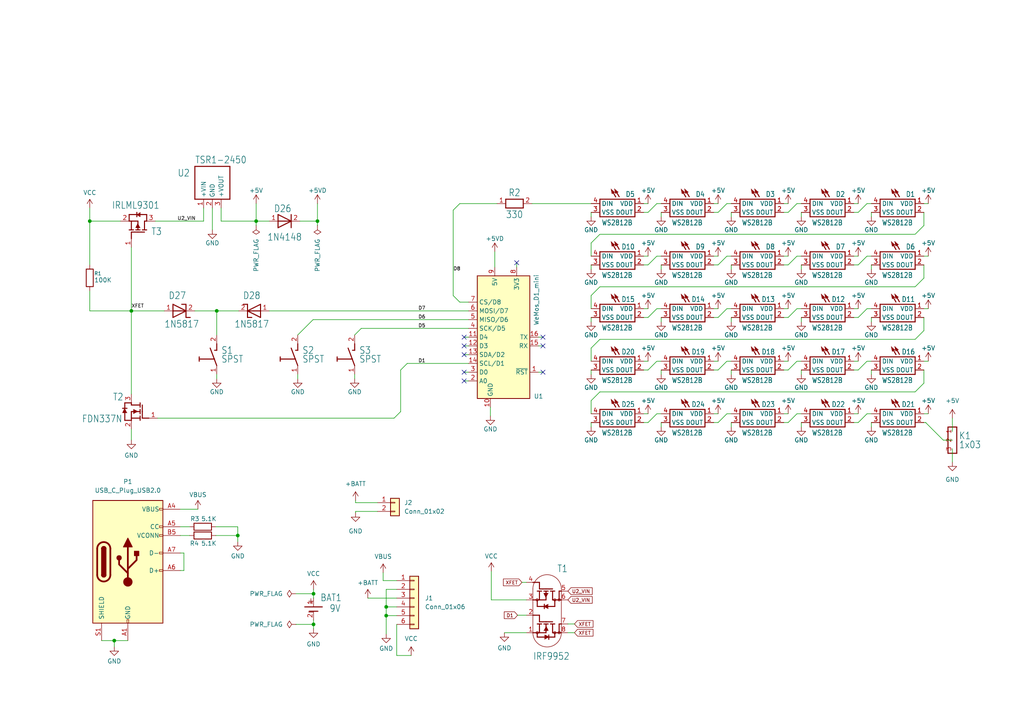
<source format=kicad_sch>
(kicad_sch (version 20230121) (generator eeschema)
  (paper "A4")
  (title_block (title "D1 Web-Würfel") (company "B.Braun Melsungen"))
  (lib_symbols
    (symbol "Connector:USB_C_Plug_USB2.0" (pin_names (offset 1.016))
      (property "Reference" "P" (at -10.16 19.05 0))
      (property "Value" "USB_C_Plug_USB2.0" (at 12.7 19.05 0))
      (symbol "USB_C_Plug_USB2.0_1_1"
        (pin passive line (at 0 -22.86 90) (length 5.08) (name "GND") (number "A1"))
        (pin passive line (at 0 -22.86 90) (length 5.08) hide (name "GND") (number "A12"))
        (pin passive line (at 15.24 15.24 180) (length 5.08) (name "VBUS") (number "A4"))
        (pin bidirectional line (at 15.24 10.16 180) (length 5.08) (name "CC") (number "A5"))
        (pin bidirectional line (at 15.24 -2.54 180) (length 5.08) (name "D+") (number "A6"))
        (pin bidirectional line (at 15.24 2.54 180) (length 5.08) (name "D-") (number "A7"))
        (pin passive line (at 15.24 15.24 180) (length 5.08) hide (name "VBUS") (number "A9"))
        (pin passive line (at 0 -22.86 90) (length 5.08) hide (name "GND") (number "B1"))
        (pin passive line (at 0 -22.86 90) (length 5.08) hide (name "GND") (number "B12"))
        (pin passive line (at 15.24 15.24 180) (length 5.08) hide (name "VBUS") (number "B4"))
        (pin bidirectional line (at 15.24 7.62 180) (length 5.08) (name "VCONN") (number "B5"))
        (pin passive line (at 15.24 15.24 180) (length 5.08) hide (name "VBUS") (number "B9"))
        (pin passive line (at -7.62 -22.86 90) (length 5.08) (name "SHIELD") (number "S1"))
      )
    )
    (symbol "Connector_Generic:Conn_01x02" (pin_names (offset 1.016) hide)
      (property "Reference" "J" (at 0 2.54 0))
      (property "Value" "Conn_01x02" (at 0 -5.08 0))
      (symbol "Conn_01x02_1_1"
        (pin passive line (at -5.08 0 0) (length 3.81) (name "Pin_1") (number "1"))
        (pin passive line (at -5.08 -2.54 0) (length 3.81) (name "Pin_2") (number "2"))
      )
    )
    (symbol "Connector_Generic:Conn_01x06" (pin_names (offset 1.016) hide)
      (property "Reference" "J1" (at 3.0988 0 0))
      (property "Value" "Conn_01x06" (at 3.0988 -2.54 0))
      (symbol "Conn_01x06_1_1"
        (pin passive line (at -5.08 5.08 0) (length 3.81) (name "VIN") (number "1"))
        (pin passive line (at -5.08 2.54 0) (length 3.81) (name "GND") (number "2"))
        (pin passive line (at -5.08 0 0) (length 3.81) (name "BAT") (number "3"))
        (pin passive line (at -5.08 -2.54 0) (length 3.81) (name "GND") (number "4"))
        (pin passive line (at -5.08 -5.08 0) (length 3.81) (name "GND") (number "5"))
        (pin passive line (at -5.08 -7.62 0) (length 3.81) (name "VOUT") (number "6"))
      )
    )
    (symbol "D1Mini_Wuerfel_aktuell-eagle-import:1254.1017_DRUCKTASTER_12X12MM_34"
      (property "Reference" "S" (at -5.08 5.715 0))
      (symbol "1254.1017_DRUCKTASTER_12X12MM_34_1_0"
        (pin passive line (at -5.715 0 0) (length 2.54) (name "1") (number "1"))
        (pin passive line (at 5.715 0 180) (length 2.54) (name "2") (number "2"))
      )
    )
    (symbol "D1Mini_Wuerfel_aktuell-eagle-import:1N4148_1"
      (property "Reference" "D" (at -4.445 3.175 0))
      (symbol "1N4148_1_1_0"
        (pin passive line (at -3.81 0 0) (length 2.54) (name "1") (number "1"))
        (pin passive line (at 5.08 0 180) (length 2.54) (name "2") (number "2"))
      )
    )
    (symbol "D1Mini_Wuerfel_aktuell-eagle-import:1N5817_40"
      (property "Reference" "D" (at -4.445 3.175 0))
      (symbol "1N5817_40_1_0"
        (pin passive line (at -3.81 0 0) (length 2.54) (name "1") (number "1"))
        (pin passive line (at 5.08 0 180) (length 2.54) (name "2") (number "2"))
      )
    )
    (symbol "D1Mini_Wuerfel_aktuell-eagle-import:1N5817_41"
      (property "Reference" "D" (at -4.445 3.175 0))
      (symbol "1N5817_41_1_0"
        (pin passive line (at -3.81 0 0) (length 2.54) (name "1") (number "1"))
        (pin passive line (at 5.08 0 180) (length 2.54) (name "2") (number "2"))
      )
    )
    (symbol "D1Mini_Wuerfel_aktuell-eagle-import:BATTERIE_2"
      (property "Reference" "X" (at 1.905 2.222 0))
      (symbol "BATTERIE_2_1_0"
        (text "+" (at -1.906 1.27 0) (effects (font (size 2 1.7)) (justify left bottom)))
        (text "-" (at -1.905 -1.905 0) (effects (font (size 2 1.7)) (justify left bottom)))
        (pin power_in line (at 0 3.175 270) (length 2.54) (name "1") (number "1"))
        (pin power_in line (at 0 -3.175 90) (length 2.54) (name "2") (number "2"))
      )
    )
    (symbol "D1Mini_Wuerfel_aktuell-eagle-import:FDN337N_42"
      (property "Reference" "T" (at 4.7625 3.175 0))
      (symbol "FDN337N_42_1_0"
        (pin passive line (at -5.08 -1.905 0) (length 2.54) (name "1") (number "1"))
        (pin passive line (at 2.54 -5.08 90) (length 2.54) (name "2") (number "2"))
        (pin passive line (at 2.54 5.08 270) (length 2.54) (name "3") (number "3"))
      )
    )
    (symbol "D1Mini_Wuerfel_aktuell-eagle-import:IRF9952_39"
      (property "Reference" "T" (at 11.324 2.54 0))
      (symbol "IRF9952_39_1_0"
        (pin passive line (at -6.35 -6.35 90) (length 2.54) (name "1") (number "1"))
        (pin passive line (at -1.27 -6.35 90) (length 2.54) (name "2") (number "2"))
        (pin passive line (at 3.175 -6.35 90) (length 2.54) (name "3") (number "3"))
        (pin passive line (at 8.255 -6.35 90) (length 2.54) (name "4") (number "4"))
        (pin passive line (at 5.715 5.715 270) (length 2.54) (name "5") (number "5"))
        (pin passive line (at 3.175 5.715 270) (length 2.54) (name "6") (number "6"))
        (pin passive line (at -3.81 5.715 270) (length 2.54) (name "7") (number "7"))
        (pin passive line (at -6.35 5.715 270) (length 2.54) (name "8") (number "8"))
      )
    )
    (symbol "D1Mini_Wuerfel_aktuell-eagle-import:IRLML9301TRPBF_43"
      (property "Reference" "T" (at 5.08 3.175 0))
      (symbol "IRLML9301TRPBF_43_1_0"
        (pin passive line (at -5.08 -1.905 0) (length 2.54) (name "1") (number "1"))
        (pin passive line (at 2.54 -5.08 90) (length 2.54) (name "2") (number "2"))
        (pin passive line (at 2.54 5.08 270) (length 2.54) (name "3") (number "3"))
      )
    )
    (symbol "D1Mini_Wuerfel_aktuell-eagle-import:K1X03_BUCHSE_8"
      (property "Reference" "K" (at -3.81 1.905 0))
      (symbol "K1X03_BUCHSE_8_1_0"
        (pin passive line (at -2.54 0 0) (length 0) (name "1") (number "1"))
        (pin passive line (at 0 0 0) (length 0) (name "2") (number "2"))
        (pin passive line (at 2.54 0 0) (length 0) (name "3") (number "3"))
      )
    )
    (symbol "D1Mini_Wuerfel_aktuell-eagle-import:R_KOHLE_330-OHM_0207_44"
      (property "Reference" "R" (at -2.54 1.905 0))
      (symbol "R_KOHLE_330-OHM_0207_44_1_0"
        (pin passive line (at -5.08 0 0) (length 2.54) (name "1") (number "1"))
        (pin passive line (at 5.08 0 180) (length 2.54) (name "2") (number "2"))
      )
    )
    (symbol "D1Mini_Wuerfel_aktuell-eagle-import:TSR1-2450_0"
      (property "Reference" "IC" (at 0 10.795 0))
      (symbol "TSR1-2450_0_1_0"
        (pin power_in line (at -2.54 7.62 0) (length 2.54) (name "+VIN") (number "1"))
        (pin power_in line (at -2.54 5.08 0) (length 2.54) (name "GND") (number "2"))
        (pin power_in line (at -2.54 2.54 0) (length 2.54) (name "+VOUT") (number "3"))
      )
    )
    (symbol "D1Mini_Wuerfel_aktuell-eagle-import:WS2812B_9"
      (property "Reference" "D" (at -5.08 3.175 0))
      (symbol "WS2812B_9_1_0"
        (pin passive line (at -7.62 1.27 0) (length 2.54) (name "VDD") (number "1"))
        (pin passive line (at -7.62 -1.27 0) (length 2.54) (name "DOUT") (number "2"))
        (pin passive line (at 7.62 -1.27 180) (length 2.54) (name "VSS") (number "3"))
        (pin passive line (at 7.62 1.27 180) (length 2.54) (name "DIN") (number "4"))
      )
    )
    (symbol "Device:R" (pin_numbers hide) (pin_names (offset 0))
      (property "Reference" "R" (at 2.032 0 90))
      (property "Value" "R" (at 0 0 90))
      (symbol "R_1_1"
        (pin passive line (at 0 3.81 270) (length 1.27) (name "~") (number "1"))
        (pin passive line (at 0 -3.81 90) (length 1.27) (name "~") (number "2"))
      )
    )
    (symbol "MCU_Module:WeMos_D1_mini"
      (property "Reference" "U1" (at 8.255 -20.32 90))
      (property "Value" "WeMos_D1_mini" (at -9.525 -10.795 90))
      (symbol "WeMos_D1_mini_1_1"
        (pin input line (at -10.16 10.16 0) (length 2.54) (name "~{RST}") (number "1"))
        (pin power_in line (at 3.81 20.32 270) (length 2.54) (name "GND") (number "10"))
        (pin bidirectional line (at 10.16 0 180) (length 2.54) (name "D4") (number "11"))
        (pin bidirectional line (at 10.16 2.54 180) (length 2.54) (name "D3") (number "12"))
        (pin bidirectional line (at 10.16 5.08 180) (length 2.54) (name "SDA/D2") (number "13"))
        (pin bidirectional line (at 10.16 7.62 180) (length 2.54) (name "SCL/D1") (number "14"))
        (pin input line (at -10.16 2.54 0) (length 2.54) (name "RX") (number "15"))
        (pin output line (at -10.16 0 0) (length 2.54) (name "TX") (number "16"))
        (pin input line (at 10.16 12.7 180) (length 2.54) (name "A0") (number "2"))
        (pin bidirectional line (at 10.16 10.16 180) (length 2.54) (name "D0") (number "3"))
        (pin bidirectional line (at 10.16 -2.54 180) (length 2.54) (name "SCK/D5") (number "4"))
        (pin bidirectional line (at 10.16 -5.08 180) (length 2.54) (name "MISO/D6") (number "5"))
        (pin bidirectional line (at 10.16 -7.62 180) (length 2.54) (name "MOSI/D7") (number "6"))
        (pin bidirectional line (at 10.16 -10.16 180) (length 2.54) (name "CS/D8") (number "7"))
        (pin power_out line (at -3.81 -20.32 90) (length 2.54) (name "3V3") (number "8"))
        (pin power_in line (at 2.54 -20.32 90) (length 2.54) (name "5V") (number "9"))
      )
    )
    (symbol "power:+5V" (power) (pin_names (offset 0))
      (property "Value" "+5V" (at 0 3.556 0))
      (symbol "+5V_1_1"
        (pin power_in line (at 0 0 90) (length 0) hide (name "+5V") (number "1"))
      )
    )
    (symbol "power:+5VD" (power) (pin_names (offset 0))
      (property "Value" "+5VD" (at 0 3.556 0))
      (symbol "+5VD_1_1"
        (pin power_in line (at 0 0 90) (length 0) hide (name "+5VD") (number "1"))
      )
    )
    (symbol "power:+BATT" (power) (pin_names (offset 0))
      (property "Value" "+BATT" (at 0 3.556 0))
      (symbol "+BATT_1_1"
        (pin power_in line (at 0 0 90) (length 0) hide (name "+BATT") (number "1"))
      )
    )
    (symbol "power:GND" (power) (pin_names (offset 0))
      (property "Value" "GND" (at 0 -3.81 0))
      (symbol "GND_1_1"
        (pin power_in line (at 0 0 270) (length 0) hide (name "GND") (number "1"))
      )
    )
    (symbol "power:PWR_FLAG" (power) (pin_numbers hide) (pin_names (offset 0) hide)
      (property "Value" "PWR_FLAG" (at 0 3.81 0))
      (symbol "PWR_FLAG_0_0"
        (pin power_out line (at 0 0 90) (length 0) (name "pwr") (number "1"))
      )
    )
    (symbol "power:VBUS" (power) (pin_names (offset 0))
      (property "Value" "VBUS" (at 0 3.81 0))
      (symbol "VBUS_1_1"
        (pin power_in line (at 0 0 90) (length 0) hide (name "VBUS") (number "1"))
      )
    )
    (symbol "power:VCC" (power) (pin_names (offset 0))
      (property "Value" "VCC" (at 0 3.81 0))
      (symbol "VCC_1_1"
        (pin power_in line (at 0 0 90) (length 0) hide (name "VCC") (number "1"))
      )
    )
  )
  (junction (at 26.035 64.135))
  (junction (at 112.014 178.562))
  (junction (at 68.961 155.321))
  (junction (at 90.932 172.212))
  (junction (at 33.147 185.801))
  (junction (at 74.295 64.135))
  (junction (at 62.865 90.17))
  (junction (at 92.075 64.135))
  (junction (at 90.932 181.102))
  (junction (at 38.1 90.17))
  (junction (at 112.014 176.022))
  (no_connect (at 134.62 97.79))
  (no_connect (at 134.62 110.49))
  (no_connect (at 157.48 100.33))
  (no_connect (at 157.48 97.79))
  (no_connect (at 149.86 76.2))
  (no_connect (at 157.48 107.95))
  (no_connect (at 134.62 102.87))
  (no_connect (at 134.62 107.95))
  (no_connect (at 134.62 100.33))
  (wire (pts (xy 68.961 155.321) (xy 62.611 155.321)))
  (wire (pts (xy 38.1 124.46) (xy 38.1 127.635)))
  (wire (pts (xy 171.45 116.205) (xy 173.99 113.665)))
  (wire (pts (xy 251.46 89.535) (xy 252.73 89.535)))
  (wire (pts (xy 248.92 107.315) (xy 251.46 104.775)))
  (wire (pts (xy 90.932 170.942) (xy 90.932 172.212)))
  (wire (pts (xy 133.35 59.055) (xy 144.145 59.055)))
  (wire (pts (xy 248.92 104.775) (xy 247.65 104.775)))
  (wire (pts (xy 86.36 108.585) (xy 86.36 109.855)))
  (wire (pts (xy 267.97 80.645) (xy 265.43 83.185)))
  (wire (pts (xy 269.24 104.775) (xy 267.97 104.775)))
  (wire (pts (xy 53.34 160.401) (xy 53.34 165.481)))
  (wire (pts (xy 26.035 84.4042) (xy 26.035 90.17)))
  (wire (pts (xy 92.075 59.055) (xy 92.075 64.135)))
  (wire (pts (xy 116.205 107.315) (xy 118.11 105.41)))
  (wire (pts (xy 212.09 122.555) (xy 212.09 123.825)))
  (wire (pts (xy 267.97 76.835) (xy 267.97 80.645)))
  (wire (pts (xy 112.014 178.562) (xy 112.014 183.896)))
  (wire (pts (xy 232.41 92.075) (xy 232.41 93.345)))
  (wire (pts (xy 26.035 60.325) (xy 26.035 64.135)))
  (wire (pts (xy 111.125 166.116) (xy 111.125 168.402)))
  (wire (pts (xy 251.46 59.055) (xy 252.73 59.055)))
  (wire (pts (xy 208.28 92.075) (xy 210.82 89.535)))
  (wire (pts (xy 208.28 120.015) (xy 207.01 120.015)))
  (wire (pts (xy 247.65 61.595) (xy 248.92 61.595)))
  (wire (pts (xy 187.96 74.295) (xy 186.69 74.295)))
  (wire (pts (xy 86.995 64.135) (xy 92.075 64.135)))
  (wire (pts (xy 208.28 122.555) (xy 210.82 120.015)))
  (wire (pts (xy 252.73 62.865) (xy 252.73 61.595)))
  (wire (pts (xy 268.5034 122.5804) (xy 273.5834 127.6604)))
  (wire (pts (xy 26.035 64.135) (xy 26.035 76.7842)))
  (wire (pts (xy 269.24 74.295) (xy 267.97 74.295)))
  (wire (pts (xy 173.99 83.185) (xy 171.45 85.725)))
  (wire (pts (xy 118.11 105.41) (xy 135.89 105.41)))
  (wire (pts (xy 186.69 92.075) (xy 187.96 92.075)))
  (wire (pts (xy 187.96 107.315) (xy 190.5 104.775)))
  (wire (pts (xy 111.125 168.402) (xy 115.062 168.402)))
  (wire (pts (xy 38.1 71.755) (xy 38.1 90.17)))
  (wire (pts (xy 252.73 122.555) (xy 252.73 123.825)))
  (wire (pts (xy 228.6 92.075) (xy 231.14 89.535)))
  (wire (pts (xy 232.41 107.315) (xy 232.41 108.585)))
  (wire (pts (xy 208.28 61.595) (xy 210.82 59.055)))
  (wire (pts (xy 151.384 168.91) (xy 152.654 168.91)))
  (wire (pts (xy 74.295 64.135) (xy 74.295 65.405)))
  (wire (pts (xy 74.295 64.135) (xy 78.105 64.135)))
  (wire (pts (xy 187.96 122.555) (xy 190.5 120.015)))
  (wire (pts (xy 208.28 104.775) (xy 207.01 104.775)))
  (wire (pts (xy 231.14 104.775) (xy 232.41 104.775)))
  (wire (pts (xy 269.24 120.015) (xy 267.97 120.015)))
  (wire (pts (xy 133.35 87.63) (xy 131.445 85.725)))
  (wire (pts (xy 228.6 74.295) (xy 227.33 74.295)))
  (wire (pts (xy 90.932 181.102) (xy 90.932 179.832)))
  (wire (pts (xy 247.65 107.315) (xy 248.92 107.315)))
  (wire (pts (xy 166.624 180.975) (xy 164.719 180.975)))
  (wire (pts (xy 115.062 178.562) (xy 112.014 178.562)))
  (wire (pts (xy 90.805 92.71) (xy 135.89 92.71)))
  (wire (pts (xy 187.96 92.075) (xy 190.5 89.535)))
  (wire (pts (xy 252.73 76.835) (xy 252.73 78.105)))
  (wire (pts (xy 190.5 120.015) (xy 191.77 120.015)))
  (wire (pts (xy 247.65 92.075) (xy 248.92 92.075)))
  (wire (pts (xy 187.96 89.535) (xy 186.69 89.535)))
  (wire (pts (xy 33.147 185.801) (xy 33.147 187.579)))
  (wire (pts (xy 26.035 64.135) (xy 34.925 64.135)))
  (wire (pts (xy 38.1 90.17) (xy 47.625 90.17)))
  (wire (pts (xy 115.062 170.942) (xy 112.014 170.942)))
  (wire (pts (xy 171.45 122.555) (xy 171.45 123.825)))
  (wire (pts (xy 142.494 173.99) (xy 152.654 173.99)))
  (wire (pts (xy 227.33 61.595) (xy 228.6 61.595)))
  (wire (pts (xy 227.33 122.555) (xy 228.6 122.555)))
  (wire (pts (xy 268.5288 122.555) (xy 267.97 122.555)))
  (wire (pts (xy 187.96 59.055) (xy 186.69 59.055)))
  (wire (pts (xy 207.01 76.835) (xy 208.28 76.835)))
  (wire (pts (xy 228.6 89.535) (xy 227.33 89.535)))
  (wire (pts (xy 106.68 173.482) (xy 115.062 173.482)))
  (wire (pts (xy 134.62 102.87) (xy 135.89 102.87)))
  (wire (pts (xy 68.961 157.099) (xy 68.961 155.321)))
  (wire (pts (xy 173.99 98.425) (xy 265.43 98.425)))
  (wire (pts (xy 52.324 152.781) (xy 54.991 152.781)))
  (wire (pts (xy 227.33 76.835) (xy 228.6 76.835)))
  (wire (pts (xy 134.62 107.95) (xy 135.89 107.95)))
  (wire (pts (xy 232.41 61.595) (xy 232.41 62.865)))
  (wire (pts (xy 248.92 76.835) (xy 251.46 74.295)))
  (wire (pts (xy 171.45 116.205) (xy 171.45 120.015)))
  (wire (pts (xy 90.932 182.372) (xy 90.932 181.102)))
  (wire (pts (xy 191.77 92.075) (xy 191.77 93.345)))
  (wire (pts (xy 85.852 172.212) (xy 90.932 172.212)))
  (wire (pts (xy 267.97 61.595) (xy 267.97 65.405)))
  (wire (pts (xy 210.82 104.775) (xy 212.09 104.775)))
  (wire (pts (xy 248.92 59.055) (xy 247.65 59.055)))
  (wire (pts (xy 62.865 97.155) (xy 62.865 90.17)))
  (wire (pts (xy 212.09 76.835) (xy 212.09 78.105)))
  (wire (pts (xy 85.852 181.102) (xy 90.932 181.102)))
  (wire (pts (xy 103.124 148.717) (xy 103.124 148.336)))
  (wire (pts (xy 207.01 92.075) (xy 208.28 92.075)))
  (wire (pts (xy 268.5288 122.5804) (xy 268.5288 122.555)))
  (wire (pts (xy 171.45 92.075) (xy 171.45 93.345)))
  (wire (pts (xy 154.305 59.055) (xy 171.45 59.055)))
  (wire (pts (xy 134.62 100.33) (xy 135.89 100.33)))
  (wire (pts (xy 208.28 59.055) (xy 207.01 59.055)))
  (wire (pts (xy 207.01 122.555) (xy 208.28 122.555)))
  (wire (pts (xy 190.5 104.775) (xy 191.77 104.775)))
  (wire (pts (xy 248.92 89.535) (xy 247.65 89.535)))
  (wire (pts (xy 247.65 76.835) (xy 248.92 76.835)))
  (wire (pts (xy 157.48 100.33) (xy 156.21 100.33)))
  (wire (pts (xy 248.92 74.295) (xy 247.65 74.295)))
  (wire (pts (xy 142.494 165.735) (xy 142.494 173.99)))
  (wire (pts (xy 115.062 190.119) (xy 119.253 190.119)))
  (wire (pts (xy 171.45 85.725) (xy 171.45 89.535)))
  (wire (pts (xy 68.961 152.781) (xy 68.961 155.321)))
  (wire (pts (xy 231.14 89.535) (xy 232.41 89.535)))
  (wire (pts (xy 208.28 89.535) (xy 207.01 89.535)))
  (wire (pts (xy 273.5834 127.6604) (xy 276.225 127.6604)))
  (wire (pts (xy 150.114 178.435) (xy 152.654 178.435)))
  (wire (pts (xy 251.46 74.295) (xy 252.73 74.295)))
  (wire (pts (xy 267.97 65.405) (xy 265.43 67.945)))
  (wire (pts (xy 210.82 89.535) (xy 212.09 89.535)))
  (wire (pts (xy 231.14 120.015) (xy 232.41 120.015)))
  (wire (pts (xy 112.014 170.942) (xy 112.014 176.022)))
  (wire (pts (xy 267.97 92.075) (xy 267.97 95.885)))
  (wire (pts (xy 190.5 74.295) (xy 191.77 74.295)))
  (wire (pts (xy 146.304 183.515) (xy 152.654 183.515)))
  (wire (pts (xy 90.932 172.212) (xy 90.932 173.482)))
  (wire (pts (xy 171.45 61.595) (xy 171.45 62.865)))
  (wire (pts (xy 187.96 61.595) (xy 190.5 59.055)))
  (wire (pts (xy 157.48 97.79) (xy 156.21 97.79)))
  (wire (pts (xy 134.62 97.79) (xy 135.89 97.79)))
  (wire (pts (xy 135.89 87.63) (xy 133.35 87.63)))
  (wire (pts (xy 210.82 59.055) (xy 212.09 59.055)))
  (wire (pts (xy 248.92 122.555) (xy 251.46 120.015)))
  (wire (pts (xy 207.01 107.315) (xy 208.28 107.315)))
  (wire (pts (xy 228.6 61.595) (xy 231.14 59.055)))
  (wire (pts (xy 166.624 183.515) (xy 164.719 183.515)))
  (wire (pts (xy 171.45 104.775) (xy 171.45 100.965)))
  (wire (pts (xy 228.6 107.315) (xy 231.14 104.775)))
  (wire (pts (xy 26.035 90.17) (xy 38.1 90.17)))
  (wire (pts (xy 134.62 110.49) (xy 135.89 110.49)))
  (wire (pts (xy 187.96 76.835) (xy 190.5 74.295)))
  (wire (pts (xy 268.5034 122.5804) (xy 268.5288 122.5804)))
  (wire (pts (xy 104.775 95.25) (xy 102.87 97.155)))
  (wire (pts (xy 157.48 107.95) (xy 156.21 107.95)))
  (wire (pts (xy 251.46 120.015) (xy 252.73 120.015)))
  (wire (pts (xy 190.5 89.535) (xy 191.77 89.535)))
  (wire (pts (xy 186.69 107.315) (xy 187.96 107.315)))
  (wire (pts (xy 212.09 61.595) (xy 212.09 62.865)))
  (wire (pts (xy 191.77 122.555) (xy 191.77 123.825)))
  (wire (pts (xy 103.124 145.796) (xy 103.124 145.161)))
  (wire (pts (xy 187.96 104.775) (xy 186.69 104.775)))
  (wire (pts (xy 116.205 119.38) (xy 116.205 107.315)))
  (wire (pts (xy 38.1 90.17) (xy 38.1 114.3)))
  (wire (pts (xy 227.33 92.075) (xy 228.6 92.075)))
  (wire (pts (xy 149.86 76.2) (xy 149.86 77.47)))
  (wire (pts (xy 64.135 64.135) (xy 74.295 64.135)))
  (wire (pts (xy 186.69 61.595) (xy 187.96 61.595)))
  (wire (pts (xy 228.6 104.775) (xy 227.33 104.775)))
  (wire (pts (xy 131.445 60.96) (xy 133.35 59.055)))
  (wire (pts (xy 90.805 92.71) (xy 86.36 97.155)))
  (wire (pts (xy 212.09 92.075) (xy 212.09 93.345)))
  (wire (pts (xy 62.865 90.17) (xy 69.215 90.17)))
  (wire (pts (xy 248.92 120.015) (xy 247.65 120.015)))
  (wire (pts (xy 191.77 76.835) (xy 191.77 78.105)))
  (wire (pts (xy 56.515 90.17) (xy 62.865 90.17)))
  (wire (pts (xy 212.09 107.315) (xy 212.09 108.585)))
  (wire (pts (xy 102.87 108.585) (xy 102.87 109.855)))
  (wire (pts (xy 269.24 89.535) (xy 267.97 89.535)))
  (wire (pts (xy 52.324 155.321) (xy 54.991 155.321)))
  (wire (pts (xy 265.43 67.945) (xy 173.99 67.945)))
  (wire (pts (xy 173.99 113.665) (xy 265.43 113.665)))
  (wire (pts (xy 64.135 60.325) (xy 64.135 64.135)))
  (wire (pts (xy 265.43 98.425) (xy 267.97 95.885)))
  (wire (pts (xy 52.324 147.701) (xy 57.404 147.701)))
  (wire (pts (xy 135.89 95.25) (xy 104.775 95.25)))
  (wire (pts (xy 251.46 104.775) (xy 252.73 104.775)))
  (wire (pts (xy 173.99 67.945) (xy 171.45 70.485)))
  (wire (pts (xy 227.33 107.315) (xy 228.6 107.315)))
  (wire (pts (xy 228.6 59.055) (xy 227.33 59.055)))
  (wire (pts (xy 248.92 61.595) (xy 251.46 59.055)))
  (wire (pts (xy 208.28 74.295) (xy 207.01 74.295)))
  (wire (pts (xy 45.085 64.135) (xy 59.055 64.135)))
  (wire (pts (xy 78.105 90.17) (xy 135.89 90.17)))
  (wire (pts (xy 228.6 122.555) (xy 231.14 120.015)))
  (wire (pts (xy 269.24 59.055) (xy 267.97 59.055)))
  (wire (pts (xy 131.445 60.96) (xy 131.445 85.725)))
  (wire (pts (xy 53.34 165.481) (xy 52.324 165.481)))
  (wire (pts (xy 232.41 122.555) (xy 232.41 123.825)))
  (wire (pts (xy 247.65 122.555) (xy 248.92 122.555)))
  (wire (pts (xy 112.014 176.022) (xy 112.014 178.562)))
  (wire (pts (xy 173.99 83.185) (xy 265.43 83.185)))
  (wire (pts (xy 186.69 76.835) (xy 187.96 76.835)))
  (wire (pts (xy 115.062 176.022) (xy 112.014 176.022)))
  (wire (pts (xy 267.97 107.315) (xy 267.97 111.125)))
  (wire (pts (xy 187.96 120.015) (xy 186.69 120.015)))
  (wire (pts (xy 276.225 121.3104) (xy 276.225 125.1204)))
  (wire (pts (xy 210.82 74.295) (xy 212.09 74.295)))
  (wire (pts (xy 62.611 152.781) (xy 68.961 152.781)))
  (wire (pts (xy 74.295 59.055) (xy 74.295 64.135)))
  (wire (pts (xy 45.72 121.285) (xy 114.3 121.285)))
  (wire (pts (xy 33.147 185.801) (xy 37.084 185.801)))
  (wire (pts (xy 191.77 61.595) (xy 191.77 62.865)))
  (wire (pts (xy 92.075 65.405) (xy 92.075 64.135)))
  (wire (pts (xy 208.28 76.835) (xy 210.82 74.295)))
  (wire (pts (xy 114.3 121.285) (xy 116.205 119.38)))
  (wire (pts (xy 231.14 59.055) (xy 232.41 59.055)))
  (wire (pts (xy 143.51 73.025) (xy 143.51 77.47)))
  (wire (pts (xy 171.45 107.315) (xy 171.45 108.585)))
  (wire (pts (xy 208.28 107.315) (xy 210.82 104.775)))
  (wire (pts (xy 191.77 107.315) (xy 191.77 108.585)))
  (wire (pts (xy 190.5 59.055) (xy 191.77 59.055)))
  (wire (pts (xy 171.45 76.835) (xy 171.45 78.105)))
  (wire (pts (xy 228.6 120.015) (xy 227.33 120.015)))
  (wire (pts (xy 252.73 92.075) (xy 252.73 93.345)))
  (wire (pts (xy 207.01 61.595) (xy 208.28 61.595)))
  (wire (pts (xy 62.865 108.585) (xy 62.865 109.855)))
  (wire (pts (xy 171.45 100.965) (xy 173.99 98.425)))
  (wire (pts (xy 228.6 76.835) (xy 231.14 74.295)))
  (wire (pts (xy 265.43 113.665) (xy 267.97 111.125)))
  (wire (pts (xy 171.45 70.485) (xy 171.45 74.295)))
  (wire (pts (xy 52.324 160.401) (xy 53.34 160.401)))
  (wire (pts (xy 186.69 122.555) (xy 187.96 122.555)))
  (wire (pts (xy 115.062 181.102) (xy 115.062 190.119)))
  (wire (pts (xy 103.124 148.336) (xy 109.474 148.336)))
  (wire (pts (xy 248.92 92.075) (xy 251.46 89.535)))
  (wire (pts (xy 59.055 64.135) (xy 59.055 60.325)))
  (wire (pts (xy 231.14 74.295) (xy 232.41 74.295)))
  (wire (pts (xy 61.595 60.325) (xy 61.595 66.675)))
  (wire (pts (xy 276.225 130.2004) (xy 276.225 134.0104)))
  (wire (pts (xy 232.41 76.835) (xy 232.41 78.105)))
  (wire (pts (xy 103.124 145.796) (xy 109.474 145.796)))
  (wire (pts (xy 142.24 118.11) (xy 142.24 120.65)))
  (wire (pts (xy 210.82 120.015) (xy 212.09 120.015)))
  (wire (pts (xy 29.464 185.801) (xy 33.147 185.801)))
  (wire (pts (xy 252.73 107.315) (xy 252.73 108.585)))
  (label "XFET" (at 38.1 89.535 0) (effects (font (size 1 1))))
  (label "D8" (at 131.445 78.74 0) (effects (font (size 1 1))))
  (label "U2_VIN" (at 51.435 64.135 0) (effects (font (size 1 1))))
  (label "D7" (at 121.285 90.17 0) (effects (font (size 1 1))))
  (label "D1" (at 121.285 105.41 0) (effects (font (size 1 1))))
  (label "D5" (at 121.285 95.25 0) (effects (font (size 1 1))))
  (label "D6" (at 121.285 92.71 0) (effects (font (size 1 1))))
  (global_label "U2_VIN" (shape input) (at 164.719 173.99 0) (effects (font (size 1 1))) (property "Intersheetrefs" "${INTERSHEET_REFS}" (effects hide)))
  (global_label "XFET" (shape input) (at 151.384 168.91 180) (effects (font (size 1 1))) (property "Intersheetrefs" "${INTERSHEET_REFS}" (effects hide)))
  (global_label "XFET" (shape input) (at 166.624 183.515 0) (effects (font (size 1 1))) (property "Intersheetrefs" "${INTERSHEET_REFS}" (effects hide)))
  (global_label "U2_VIN" (shape input) (at 164.719 171.45 0) (effects (font (size 1 1))) (property "Intersheetrefs" "${INTERSHEET_REFS}" (effects hide)))
  (global_label "XFET" (shape input) (at 166.624 180.975 0) (effects (font (size 1 1))) (property "Intersheetrefs" "${INTERSHEET_REFS}" (effects hide)))
  (global_label "D1" (shape input) (at 150.114 178.435 180) (effects (font (size 1 1))) (property "Intersheetrefs" "${INTERSHEET_REFS}" (effects hide)))
  (symbol (lib_id "power:GND") (at 212.09 62.865 0) (mirror y) (unit 1)
    (property "Reference" "#PWR030" (effects hide))
    (property "Value" "GND" (at 212.09 66.675 0))
  )
  (symbol (lib_id "power:VCC") (at 119.253 190.119 0) (unit 1)
    (property "Reference" "#PWR067" (effects hide))
    (property "Value" "VCC" (at 119.253 185.2422 0))
  )
  (symbol (lib_id "D1Mini_Wuerfel_aktuell-eagle-import:TSR1-2450_0") (at 66.675 57.785 90) (unit 1)
    (property "Reference" "U2" (at 51.435 50.165 90) (effects (font (size 2 1.7)) (justify right)))
    (property "Value" "TSR1-2450" (at 56.515 46.355 90) (effects (font (size 2 1.7)) (justify right)))
    (property "Footprint" "D1Mini_Wuerfel_aktuell:TRACO-TSR1-24_0" (effects hide))
  )
  (symbol (lib_id "D1Mini_Wuerfel_aktuell-eagle-import:R_KOHLE_330-OHM_0207_44") (at 149.225 59.055 0) (mirror x) (unit 1)
    (property "Reference" "R2" (at 149.225 55.88 0) (effects (font (size 2 1.7))))
    (property "Value" "330" (at 149.225 62.23 0) (effects (font (size 2 1.7))))
    (property "Footprint" "D1Mini_Wuerfel_aktuell:0207_44" (effects hide))
  )
  (symbol (lib_id "power:+5V") (at 187.96 104.775 0) (mirror y) (unit 1)
    (property "Reference" "#PWR018" (effects hide))
    (property "Value" "+5V" (at 187.96 100.965 0))
  )
  (symbol (lib_id "D1Mini_Wuerfel_aktuell-eagle-import:WS2812B_9") (at 179.07 75.565 0) (mirror y) (unit 1)
    (property "Reference" "D10" (at 184.15 72.39 0) (effects (font (size 1.5 1.275)) (justify left bottom)))
    (property "Value" "WS2812B" (at 183.515 80.645 0) (effects (font (size 1.5 1.275)) (justify left bottom)))
    (property "Footprint" "D1Mini_Wuerfel_aktuell:WS2812B_9" (effects hide))
  )
  (symbol (lib_id "power:+5V") (at 248.92 120.015 0) (mirror y) (unit 1)
    (property "Reference" "#PWR024" (effects hide))
    (property "Value" "+5V" (at 248.92 116.205 0))
  )
  (symbol (lib_id "power:GND") (at 171.45 108.585 0) (mirror y) (unit 1)
    (property "Reference" "#PWR047" (effects hide))
    (property "Value" "GND" (at 171.45 112.395 0))
  )
  (symbol (lib_id "power:PWR_FLAG") (at 74.295 65.405 180) (unit 1)
    (property "Reference" "#FLG04" (effects hide))
    (property "Value" "PWR_FLAG" (at 74.295 69.215 90) (effects (justify left)))
  )
  (symbol (lib_id "power:GND") (at 252.73 123.825 0) (mirror y) (unit 1)
    (property "Reference" "#PWR052" (effects hide))
    (property "Value" "GND" (at 252.73 127.635 0))
  )
  (symbol (lib_id "power:+5V") (at 248.92 89.535 0) (mirror y) (unit 1)
    (property "Reference" "#PWR014" (effects hide))
    (property "Value" "+5V" (at 248.92 85.725 0))
  )
  (symbol (lib_id "D1Mini_Wuerfel_aktuell-eagle-import:WS2812B_9") (at 219.71 106.045 0) (mirror y) (unit 1)
    (property "Reference" "D18" (at 224.79 102.87 0) (effects (font (size 1.5 1.275)) (justify left bottom)))
    (property "Value" "WS2812B" (at 224.155 111.125 0) (effects (font (size 1.5 1.275)) (justify left bottom)))
    (property "Footprint" "D1Mini_Wuerfel_aktuell:WS2812B_9" (effects hide))
  )
  (symbol (lib_id "power:GND") (at 191.77 123.825 0) (mirror y) (unit 1)
    (property "Reference" "#PWR049" (effects hide))
    (property "Value" "GND" (at 191.77 127.635 0))
  )
  (symbol (lib_id "Connector:USB_C_Plug_USB2.0") (at 37.084 162.941 0) (unit 1)
    (property "Reference" "P1" (at 37.084 139.7 0))
    (property "Value" "USB_C_Plug_USB2.0" (at 37.084 142.24 0))
    (property "Footprint" "Connector_USB:USB_C_Receptacle_GCT_USB4085" (effects hide))
    (property "Datasheet" "https://www.usb.org/sites/default/files/documents/usb_type-c.zip" (effects hide))
  )
  (symbol (lib_id "power:GND") (at 171.45 93.345 0) (mirror y) (unit 1)
    (property "Reference" "#PWR042" (effects hide))
    (property "Value" "GND" (at 171.45 97.155 0))
  )
  (symbol (lib_id "D1Mini_Wuerfel_aktuell-eagle-import:1N4148_1") (at 81.915 64.135 0) (unit 1)
    (property "Reference" "D26" (at 79.375 61.595 0) (effects (font (size 2 1.7)) (justify left bottom)))
    (property "Value" "1N4148" (at 77.47 69.85 0) (effects (font (size 2 1.7)) (justify left bottom)))
    (property "Footprint" "D1Mini_Wuerfel_aktuell:DO35_1" (effects hide))
  )
  (symbol (lib_id "power:GND") (at 171.45 78.105 0) (mirror y) (unit 1)
    (property "Reference" "#PWR033" (effects hide))
    (property "Value" "GND" (at 171.45 81.915 0))
  )
  (symbol (lib_id "power:GND") (at 171.45 123.825 0) (mirror y) (unit 1)
    (property "Reference" "#PWR048" (effects hide))
    (property "Value" "GND" (at 171.45 127.635 0))
  )
  (symbol (lib_id "D1Mini_Wuerfel_aktuell-eagle-import:BATTERIE_2") (at 90.932 176.657 0) (unit 1)
    (property "Reference" "BAT1" (at 92.837 174.435 0) (effects (font (size 2 1.7)) (justify left bottom)))
    (property "Value" "9V" (at 95.504 177.546 0) (effects (font (size 2 1.7)) (justify left bottom)))
    (property "Footprint" "D1Mini_Wuerfel_aktuell:BATTERIE_2" (effects hide))
  )
  (symbol (lib_id "power:VCC") (at 90.932 170.942 0) (unit 1)
    (property "Reference" "#PWR060" (effects hide))
    (property "Value" "VCC" (at 90.932 166.3954 0))
  )
  (symbol (lib_id "power:GND") (at 191.77 62.865 0) (mirror y) (unit 1)
    (property "Reference" "#PWR031" (effects hide))
    (property "Value" "GND" (at 191.77 66.675 0))
  )
  (symbol (lib_id "power:GND") (at 212.09 123.825 0) (mirror y) (unit 1)
    (property "Reference" "#PWR050" (effects hide))
    (property "Value" "GND" (at 212.09 127.635 0))
  )
  (symbol (lib_id "power:GND") (at 252.73 62.865 0) (mirror y) (unit 1)
    (property "Reference" "#PWR028" (effects hide))
    (property "Value" "GND" (at 252.73 66.675 0))
  )
  (symbol (lib_id "D1Mini_Wuerfel_aktuell-eagle-import:WS2812B_9") (at 219.71 121.285 0) (mirror y) (unit 1)
    (property "Reference" "D23" (at 224.79 118.11 0) (effects (font (size 1.5 1.275)) (justify left bottom)))
    (property "Value" "WS2812B" (at 224.155 126.365 0) (effects (font (size 1.5 1.275)) (justify left bottom)))
    (property "Footprint" "D1Mini_Wuerfel_aktuell:WS2812B_9" (effects hide))
  )
  (symbol (lib_id "power:GND") (at 232.41 123.825 0) (mirror y) (unit 1)
    (property "Reference" "#PWR051" (effects hide))
    (property "Value" "GND" (at 232.41 127.635 0))
  )
  (symbol (lib_id "power:+5VD") (at 92.075 59.055 0) (unit 1)
    (property "Reference" "#PWR055" (effects hide))
    (property "Value" "+5VD" (at 92.075 55.245 0))
  )
  (symbol (lib_id "Device:R") (at 26.035 80.5942 0) (unit 1)
    (property "Reference" "R1" (at 27.305 79.3242 0) (effects (font (size 1 1)) (justify left)))
    (property "Value" "100K" (at 27.305 81.2292 0) (effects (justify left)))
    (property "Footprint" "Resistor_SMD:R_1206_3216Metric" (effects hide))
  )
  (symbol (lib_id "D1Mini_Wuerfel_aktuell-eagle-import:1N5817_40") (at 51.435 90.17 0) (unit 1)
    (property "Reference" "D27" (at 51.435 85.725 0) (effects (font (size 2 1.7))))
    (property "Value" "1N5817" (at 52.705 93.98 0) (effects (font (size 2 1.7))))
    (property "Footprint" "D1Mini_Wuerfel_aktuell:DO41_40" (effects hide))
  )
  (symbol (lib_id "power:GND") (at 212.09 78.105 0) (mirror y) (unit 1)
    (property "Reference" "#PWR035" (effects hide))
    (property "Value" "GND" (at 212.09 81.915 0))
  )
  (symbol (lib_id "power:GND") (at 90.932 182.372 0) (unit 1)
    (property "Reference" "#PWR02" (effects hide))
    (property "Value" "GND" (at 90.932 186.817 0))
  )
  (symbol (lib_id "D1Mini_Wuerfel_aktuell-eagle-import:WS2812B_9") (at 199.39 75.565 0) (mirror y) (unit 1)
    (property "Reference" "D9" (at 204.47 72.39 0) (effects (font (size 1.5 1.275)) (justify left bottom)))
    (property "Value" "WS2812B" (at 203.835 80.645 0) (effects (font (size 1.5 1.275)) (justify left bottom)))
    (property "Footprint" "D1Mini_Wuerfel_aktuell:WS2812B_9" (effects hide))
  )
  (symbol (lib_id "D1Mini_Wuerfel_aktuell-eagle-import:WS2812B_9") (at 199.39 90.805 0) (mirror y) (unit 1)
    (property "Reference" "D14" (at 204.47 87.63 0) (effects (font (size 1.5 1.275)) (justify left bottom)))
    (property "Value" "WS2812B" (at 203.835 95.885 0) (effects (font (size 1.5 1.275)) (justify left bottom)))
    (property "Footprint" "D1Mini_Wuerfel_aktuell:WS2812B_9" (effects hide))
  )
  (symbol (lib_id "power:GND") (at 171.45 62.865 0) (mirror y) (unit 1)
    (property "Reference" "#PWR032" (effects hide))
    (property "Value" "GND" (at 171.45 66.675 0))
  )
  (symbol (lib_id "D1Mini_Wuerfel_aktuell-eagle-import:IRLML9301TRPBF_43") (at 40.005 66.675 270) (mirror x) (unit 1)
    (property "Reference" "T3" (at 43.815 66.04 90) (effects (font (size 2 1.7)) (justify left bottom)))
    (property "Value" "IRLML9301" (at 32.385 58.42 90) (effects (font (size 2 1.7)) (justify left bottom)))
    (property "Footprint" "D1Mini_Wuerfel_aktuell:SOT-23_3_43" (effects hide))
  )
  (symbol (lib_id "power:+5V") (at 187.96 74.295 0) (mirror y) (unit 1)
    (property "Reference" "#PWR012" (effects hide))
    (property "Value" "+5V" (at 187.96 70.485 0))
  )
  (symbol (lib_id "power:GND") (at 103.124 148.717 0) (unit 1)
    (property "Reference" "#PWR074" (effects hide))
    (property "Value" "GND" (at 103.124 154.051 0))
  )
  (symbol (lib_id "power:+5V") (at 187.96 89.535 0) (mirror y) (unit 1)
    (property "Reference" "#PWR017" (effects hide))
    (property "Value" "+5V" (at 187.96 85.725 0))
  )
  (symbol (lib_id "D1Mini_Wuerfel_aktuell-eagle-import:WS2812B_9") (at 219.71 75.565 0) (mirror y) (unit 1)
    (property "Reference" "D8" (at 224.79 72.39 0) (effects (font (size 1.5 1.275)) (justify left bottom)))
    (property "Value" "WS2812B" (at 224.155 80.645 0) (effects (font (size 1.5 1.275)) (justify left bottom)))
    (property "Footprint" "D1Mini_Wuerfel_aktuell:WS2812B_9" (effects hide))
  )
  (symbol (lib_id "power:+5V") (at 208.28 59.055 0) (mirror y) (unit 1)
    (property "Reference" "#PWR06" (effects hide))
    (property "Value" "+5V" (at 208.28 55.245 0))
  )
  (symbol (lib_id "power:GND") (at 232.41 62.865 0) (mirror y) (unit 1)
    (property "Reference" "#PWR029" (effects hide))
    (property "Value" "GND" (at 232.41 66.675 0))
  )
  (symbol (lib_id "power:VBUS") (at 57.404 147.701 0) (unit 1)
    (property "Reference" "#PWR072" (effects hide))
    (property "Value" "VBUS" (at 57.404 143.51 0))
  )
  (symbol (lib_id "D1Mini_Wuerfel_aktuell-eagle-import:K1X03_BUCHSE_8") (at 276.225 127.6604 90) (mirror x) (unit 1)
    (property "Reference" "K1" (at 278.0792 126.365 90) (effects (font (size 2 1.7)) (justify right)))
    (property "Value" "1x03" (at 278.0792 128.9812 90) (effects (font (size 2 1.7)) (justify right)))
    (property "Footprint" "D1Mini_Wuerfel_aktuell:1X03_BUCHSE_8" (effects hide))
  )
  (symbol (lib_id "power:+5V") (at 269.24 59.055 0) (mirror y) (unit 1)
    (property "Reference" "#PWR03" (effects hide))
    (property "Value" "+5V" (at 269.24 55.245 0))
  )
  (symbol (lib_id "D1Mini_Wuerfel_aktuell-eagle-import:IRF9952_39") (at 159.004 177.165 270) (mirror x) (unit 1)
    (property "Reference" "T1" (at 161.544 163.83 90) (effects (font (size 2 1.7)) (justify left bottom)))
    (property "Value" "IRF9952" (at 154.559 189.23 90) (effects (font (size 2 1.7)) (justify left bottom)))
    (property "Footprint" "D1Mini_Wuerfel_aktuell:SO8_SOT96-1_39" (effects hide))
  )
  (symbol (lib_id "D1Mini_Wuerfel_aktuell-eagle-import:FDN337N_42") (at 40.64 119.38 0) (mirror y) (unit 1)
    (property "Reference" "T2" (at 35.8775 116.205 0) (effects (font (size 2 1.7)) (justify left bottom)))
    (property "Value" "FDN337N" (at 35.56 122.555 0) (effects (font (size 2 1.7)) (justify left bottom)))
    (property "Footprint" "D1Mini_Wuerfel_aktuell:SOT-23_3_42" (effects hide))
  )
  (symbol (lib_id "D1Mini_Wuerfel_aktuell-eagle-import:WS2812B_9") (at 260.35 121.285 0) (mirror y) (unit 1)
    (property "Reference" "D21" (at 265.43 118.11 0) (effects (font (size 1.5 1.275)) (justify left bottom)))
    (property "Value" "WS2812B" (at 264.795 126.365 0) (effects (font (size 1.5 1.275)) (justify left bottom)))
    (property "Footprint" "D1Mini_Wuerfel_aktuell:WS2812B_9" (effects hide))
  )
  (symbol (lib_id "power:GND") (at 191.77 108.585 0) (mirror y) (unit 1)
    (property "Reference" "#PWR046" (effects hide))
    (property "Value" "GND" (at 191.77 112.395 0))
  )
  (symbol (lib_id "D1Mini_Wuerfel_aktuell-eagle-import:1254.1017_DRUCKTASTER_12X12MM_34") (at 86.36 102.87 90) (unit 1)
    (property "Reference" "S2" (at 87.63 101.6 90) (effects (font (size 2 1.7)) (justify right)))
    (property "Value" "SPST" (at 87.63 104.14 90) (effects (font (size 2 1.7)) (justify right)))
    (property "Footprint" "D1Mini_Wuerfel_aktuell:1254.1017_DRUCKTASTER_34" (effects hide))
  )
  (symbol (lib_id "MCU_Module:WeMos_D1_mini") (at 146.05 97.79 180) (unit 1)
    (property "Reference" "U1" (at 156.21 114.935 0))
    (property "Value" "WeMos_D1_mini" (at 155.575 86.995 90))
    (property "Footprint" "Module:WEMOS_D1_mini_light" (effects hide))
    (property "Datasheet" "https://wiki.wemos.cc/products:d1:d1_mini#documentation" (effects hide))
  )
  (symbol (lib_id "power:PWR_FLAG") (at 85.852 172.212 90) (unit 1)
    (property "Reference" "#FLG01" (effects hide))
    (property "Value" "PWR_FLAG" (at 82.042 172.212 90) (effects (justify left)))
  )
  (symbol (lib_id "power:+5V") (at 248.92 74.295 0) (mirror y) (unit 1)
    (property "Reference" "#PWR09" (effects hide))
    (property "Value" "+5V" (at 248.92 70.485 0))
  )
  (symbol (lib_id "power:GND") (at 232.41 108.585 0) (mirror y) (unit 1)
    (property "Reference" "#PWR044" (effects hide))
    (property "Value" "GND" (at 232.41 112.395 0))
  )
  (symbol (lib_id "power:+5V") (at 269.24 74.295 0) (mirror y) (unit 1)
    (property "Reference" "#PWR08" (effects hide))
    (property "Value" "+5V" (at 269.24 70.485 0))
  )
  (symbol (lib_id "power:PWR_FLAG") (at 92.075 65.405 180) (unit 1)
    (property "Reference" "#FLG03" (effects hide))
    (property "Value" "PWR_FLAG" (at 92.075 69.215 90) (effects (justify left)))
  )
  (symbol (lib_id "D1Mini_Wuerfel_aktuell-eagle-import:WS2812B_9") (at 260.35 106.045 0) (mirror y) (unit 1)
    (property "Reference" "D16" (at 265.43 102.87 0) (effects (font (size 1.5 1.275)) (justify left bottom)))
    (property "Value" "WS2812B" (at 264.795 111.125 0) (effects (font (size 1.5 1.275)) (justify left bottom)))
    (property "Footprint" "D1Mini_Wuerfel_aktuell:WS2812B_9" (effects hide))
  )
  (symbol (lib_id "power:VBUS") (at 111.125 166.116 0) (unit 1)
    (property "Reference" "#PWR070" (effects hide))
    (property "Value" "VBUS" (at 111.125 161.417 0))
  )
  (symbol (lib_id "D1Mini_Wuerfel_aktuell-eagle-import:WS2812B_9") (at 219.71 90.805 0) (mirror y) (unit 1)
    (property "Reference" "D13" (at 224.79 87.63 0) (effects (font (size 1.5 1.275)) (justify left bottom)))
    (property "Value" "WS2812B" (at 224.155 95.885 0) (effects (font (size 1.5 1.275)) (justify left bottom)))
    (property "Footprint" "D1Mini_Wuerfel_aktuell:WS2812B_9" (effects hide))
  )
  (symbol (lib_id "power:+5V") (at 208.28 74.295 0) (mirror y) (unit 1)
    (property "Reference" "#PWR011" (effects hide))
    (property "Value" "+5V" (at 208.28 70.485 0))
  )
  (symbol (lib_id "D1Mini_Wuerfel_aktuell-eagle-import:WS2812B_9") (at 240.03 106.045 0) (mirror y) (unit 1)
    (property "Reference" "D17" (at 245.11 102.87 0) (effects (font (size 1.5 1.275)) (justify left bottom)))
    (property "Value" "WS2812B" (at 244.475 111.125 0) (effects (font (size 1.5 1.275)) (justify left bottom)))
    (property "Footprint" "D1Mini_Wuerfel_aktuell:WS2812B_9" (effects hide))
  )
  (symbol (lib_id "power:+5V") (at 208.28 89.535 0) (mirror y) (unit 1)
    (property "Reference" "#PWR016" (effects hide))
    (property "Value" "+5V" (at 208.28 85.725 0))
  )
  (symbol (lib_id "D1Mini_Wuerfel_aktuell-eagle-import:WS2812B_9") (at 240.03 90.805 0) (mirror y) (unit 1)
    (property "Reference" "D12" (at 245.11 87.63 0) (effects (font (size 1.5 1.275)) (justify left bottom)))
    (property "Value" "WS2812B" (at 244.475 95.885 0) (effects (font (size 1.5 1.275)) (justify left bottom)))
    (property "Footprint" "D1Mini_Wuerfel_aktuell:WS2812B_9" (effects hide))
  )
  (symbol (lib_id "power:+5V") (at 228.6 104.775 0) (mirror y) (unit 1)
    (property "Reference" "#PWR020" (effects hide))
    (property "Value" "+5V" (at 228.6 100.965 0))
  )
  (symbol (lib_id "D1Mini_Wuerfel_aktuell-eagle-import:WS2812B_9") (at 179.07 106.045 0) (mirror y) (unit 1)
    (property "Reference" "D20" (at 184.15 102.87 0) (effects (font (size 1.5 1.275)) (justify left bottom)))
    (property "Value" "WS2812B" (at 183.515 111.125 0) (effects (font (size 1.5 1.275)) (justify left bottom)))
    (property "Footprint" "D1Mini_Wuerfel_aktuell:WS2812B_9" (effects hide))
  )
  (symbol (lib_id "power:GND") (at 191.77 93.345 0) (mirror y) (unit 1)
    (property "Reference" "#PWR041" (effects hide))
    (property "Value" "GND" (at 191.77 97.155 0))
  )
  (symbol (lib_id "power:GND") (at 276.225 134.0104 0) (unit 1)
    (property "Reference" "#PWR053" (effects hide))
    (property "Value" "GND" (at 276.225 139.0904 0))
  )
  (symbol (lib_id "D1Mini_Wuerfel_aktuell-eagle-import:WS2812B_9") (at 179.07 121.285 0) (mirror y) (unit 1)
    (property "Reference" "D25" (at 184.15 118.11 0) (effects (font (size 1.5 1.275)) (justify left bottom)))
    (property "Value" "WS2812B" (at 183.515 126.365 0) (effects (font (size 1.5 1.275)) (justify left bottom)))
    (property "Footprint" "D1Mini_Wuerfel_aktuell:WS2812B_9" (effects hide))
  )
  (symbol (lib_id "D1Mini_Wuerfel_aktuell-eagle-import:WS2812B_9") (at 199.39 60.325 0) (mirror y) (unit 1)
    (property "Reference" "D4" (at 204.47 57.15 0) (effects (font (size 1.5 1.275)) (justify left bottom)))
    (property "Value" "WS2812B" (at 203.835 65.405 0) (effects (font (size 1.5 1.275)) (justify left bottom)))
    (property "Footprint" "D1Mini_Wuerfel_aktuell:WS2812B_9" (effects hide))
  )
  (symbol (lib_id "power:+5V") (at 74.295 59.055 0) (unit 1)
    (property "Reference" "#PWR059" (effects hide))
    (property "Value" "+5V" (at 74.295 55.245 0))
  )
  (symbol (lib_id "D1Mini_Wuerfel_aktuell-eagle-import:WS2812B_9") (at 179.07 60.325 0) (mirror y) (unit 1)
    (property "Reference" "D5" (at 184.15 57.15 0) (effects (font (size 1.5 1.275)) (justify left bottom)))
    (property "Value" "WS2812B" (at 183.515 65.405 0) (effects (font (size 1.5 1.275)) (justify left bottom)))
    (property "Footprint" "D1Mini_Wuerfel_aktuell:WS2812B_9" (effects hide))
  )
  (symbol (lib_id "power:+5V") (at 208.28 104.775 0) (mirror y) (unit 1)
    (property "Reference" "#PWR019" (effects hide))
    (property "Value" "+5V" (at 208.28 100.965 0))
  )
  (symbol (lib_id "power:+5V") (at 269.24 104.775 0) (mirror y) (unit 1)
    (property "Reference" "#PWR022" (effects hide))
    (property "Value" "+5V" (at 269.24 100.965 0))
  )
  (symbol (lib_id "power:GND") (at 86.36 109.855 0) (unit 1)
    (property "Reference" "#PWR062" (effects hide))
    (property "Value" "GND" (at 86.36 113.665 0))
  )
  (symbol (lib_id "power:VCC") (at 142.494 165.735 0) (unit 1)
    (property "Reference" "#PWR01" (effects hide))
    (property "Value" "VCC" (at 142.494 161.3154 0))
  )
  (symbol (lib_id "Device:R") (at 58.801 152.781 90) (unit 1)
    (property "Reference" "R3" (at 56.515 150.495 90))
    (property "Value" "5.1K" (at 60.579 150.495 90))
    (property "Footprint" "Resistor_SMD:R_1206_3216Metric" (effects hide))
  )
  (symbol (lib_id "power:+5V") (at 187.96 59.055 0) (mirror y) (unit 1)
    (property "Reference" "#PWR07" (effects hide))
    (property "Value" "+5V" (at 187.96 55.245 0))
  )
  (symbol (lib_id "D1Mini_Wuerfel_aktuell-eagle-import:WS2812B_9") (at 240.03 60.325 0) (mirror y) (unit 1)
    (property "Reference" "D2" (at 245.11 57.15 0) (effects (font (size 1.5 1.275)) (justify left bottom)))
    (property "Value" "WS2812B" (at 244.475 65.405 0) (effects (font (size 1.5 1.275)) (justify left bottom)))
    (property "Footprint" "D1Mini_Wuerfel_aktuell:WS2812B_9" (effects hide))
  )
  (symbol (lib_id "D1Mini_Wuerfel_aktuell-eagle-import:WS2812B_9") (at 240.03 75.565 0) (mirror y) (unit 1)
    (property "Reference" "D7" (at 245.11 72.39 0) (effects (font (size 1.5 1.275)) (justify left bottom)))
    (property "Value" "WS2812B" (at 244.475 80.645 0) (effects (font (size 1.5 1.275)) (justify left bottom)))
    (property "Footprint" "D1Mini_Wuerfel_aktuell:WS2812B_9" (effects hide))
  )
  (symbol (lib_id "D1Mini_Wuerfel_aktuell-eagle-import:WS2812B_9") (at 179.07 90.805 0) (mirror y) (unit 1)
    (property "Reference" "D15" (at 184.15 87.63 0) (effects (font (size 1.5 1.275)) (justify left bottom)))
    (property "Value" "WS2812B" (at 183.515 95.885 0) (effects (font (size 1.5 1.275)) (justify left bottom)))
    (property "Footprint" "D1Mini_Wuerfel_aktuell:WS2812B_9" (effects hide))
  )
  (symbol (lib_id "Connector_Generic:Conn_01x02") (at 114.554 145.796 0) (unit 1)
    (property "Reference" "J2" (at 117.221 145.796 0) (effects (justify left)))
    (property "Value" "Conn_01x02" (at 117.221 148.336 0) (effects (justify left)))
    (property "Footprint" "Connector_JST:JST_PH_B2B-PH-K_1x02_P2.00mm_Vertical" (effects hide))
  )
  (symbol (lib_id "power:VCC") (at 26.035 60.325 0) (unit 1)
    (property "Reference" "#PWR066" (effects hide))
    (property "Value" "VCC" (at 26.035 55.88 0))
  )
  (symbol (lib_id "power:+5V") (at 276.225 121.3104 0) (unit 1)
    (property "Reference" "#PWR054" (effects hide))
    (property "Value" "+5V" (at 276.225 116.2304 0))
  )
  (symbol (lib_id "D1Mini_Wuerfel_aktuell-eagle-import:WS2812B_9") (at 260.35 60.325 0) (mirror y) (unit 1)
    (property "Reference" "D1" (at 265.43 57.15 0) (effects (font (size 1.5 1.275)) (justify left bottom)))
    (property "Value" "WS2812B" (at 264.795 65.405 0) (effects (font (size 1.5 1.275)) (justify left bottom)))
    (property "Footprint" "D1Mini_Wuerfel_aktuell:WS2812B_9" (effects hide))
  )
  (symbol (lib_id "power:+BATT") (at 106.68 173.482 0) (unit 1)
    (property "Reference" "#PWR069" (effects hide))
    (property "Value" "+BATT" (at 106.68 169.037 0))
  )
  (symbol (lib_id "power:+5V") (at 228.6 120.015 0) (mirror y) (unit 1)
    (property "Reference" "#PWR025" (effects hide))
    (property "Value" "+5V" (at 228.6 116.205 0))
  )
  (symbol (lib_id "power:GND") (at 142.24 120.65 0) (mirror y) (unit 1)
    (property "Reference" "#PWR058" (effects hide))
    (property "Value" "GND" (at 142.24 124.46 0))
  )
  (symbol (lib_id "power:GND") (at 252.73 78.105 0) (mirror y) (unit 1)
    (property "Reference" "#PWR037" (effects hide))
    (property "Value" "GND" (at 252.73 81.915 0))
  )
  (symbol (lib_id "D1Mini_Wuerfel_aktuell-eagle-import:1254.1017_DRUCKTASTER_12X12MM_34") (at 102.87 102.87 90) (unit 1)
    (property "Reference" "S3" (at 104.14 101.6 90) (effects (font (size 2 1.7)) (justify right)))
    (property "Value" "SPST" (at 104.14 104.14 90) (effects (font (size 2 1.7)) (justify right)))
    (property "Footprint" "D1Mini_Wuerfel_aktuell:1254.1017_DRUCKTASTER_34" (effects hide))
  )
  (symbol (lib_id "power:+5V") (at 248.92 104.775 0) (mirror y) (unit 1)
    (property "Reference" "#PWR021" (effects hide))
    (property "Value" "+5V" (at 248.92 100.965 0))
  )
  (symbol (lib_id "power:GND") (at 232.41 93.345 0) (mirror y) (unit 1)
    (property "Reference" "#PWR039" (effects hide))
    (property "Value" "GND" (at 232.41 97.155 0))
  )
  (symbol (lib_id "power:PWR_FLAG") (at 85.852 181.102 90) (unit 1)
    (property "Reference" "#FLG02" (effects hide))
    (property "Value" "PWR_FLAG" (at 82.042 181.102 90) (effects (justify left)))
  )
  (symbol (lib_id "power:GND") (at 102.87 109.855 0) (unit 1)
    (property "Reference" "#PWR063" (effects hide))
    (property "Value" "GND" (at 102.87 113.665 0))
  )
  (symbol (lib_id "Device:R") (at 58.801 155.321 90) (unit 1)
    (property "Reference" "R4" (at 56.388 157.607 90))
    (property "Value" "5.1K" (at 60.579 157.607 90))
    (property "Footprint" "Resistor_SMD:R_1206_3216Metric" (effects hide))
  )
  (symbol (lib_id "power:+5V") (at 228.6 74.295 0) (mirror y) (unit 1)
    (property "Reference" "#PWR010" (effects hide))
    (property "Value" "+5V" (at 228.6 70.485 0))
  )
  (symbol (lib_id "power:+5V") (at 269.24 89.535 0) (mirror y) (unit 1)
    (property "Reference" "#PWR013" (effects hide))
    (property "Value" "+5V" (at 269.24 85.725 0))
  )
  (symbol (lib_id "D1Mini_Wuerfel_aktuell-eagle-import:WS2812B_9") (at 260.35 75.565 0) (mirror y) (unit 1)
    (property "Reference" "D6" (at 265.43 72.39 0) (effects (font (size 1.5 1.275)) (justify left bottom)))
    (property "Value" "WS2812B" (at 264.795 80.645 0) (effects (font (size 1.5 1.275)) (justify left bottom)))
    (property "Footprint" "D1Mini_Wuerfel_aktuell:WS2812B_9" (effects hide))
  )
  (symbol (lib_id "power:GND") (at 61.595 66.675 0) (unit 1)
    (property "Reference" "#PWR056" (effects hide))
    (property "Value" "GND" (at 61.595 70.485 0))
  )
  (symbol (lib_id "D1Mini_Wuerfel_aktuell-eagle-import:1N5817_41") (at 74.295 90.17 180) (unit 1)
    (property "Reference" "D28" (at 73.025 85.725 0) (effects (font (size 2 1.7))))
    (property "Value" "1N5817" (at 73.025 93.98 0) (effects (font (size 2 1.7))))
    (property "Footprint" "D1Mini_Wuerfel_aktuell:DO41_41" (effects hide))
  )
  (symbol (lib_id "power:GND") (at 212.09 93.345 0) (mirror y) (unit 1)
    (property "Reference" "#PWR040" (effects hide))
    (property "Value" "GND" (at 212.09 97.155 0))
  )
  (symbol (lib_id "power:GND") (at 112.014 183.896 0) (unit 1)
    (property "Reference" "#PWR068" (effects hide))
    (property "Value" "GND" (at 112.014 188.087 0))
  )
  (symbol (lib_id "D1Mini_Wuerfel_aktuell-eagle-import:1254.1017_DRUCKTASTER_12X12MM_34") (at 62.865 102.87 90) (unit 1)
    (property "Reference" "S1" (at 64.135 101.6 90) (effects (font (size 2 1.7)) (justify right)))
    (property "Value" "SPST" (at 64.135 104.14 90) (effects (font (size 2 1.7)) (justify right)))
    (property "Footprint" "D1Mini_Wuerfel_aktuell:1254.1017_DRUCKTASTER_34" (effects hide))
  )
  (symbol (lib_id "power:+5V") (at 228.6 59.055 0) (mirror y) (unit 1)
    (property "Reference" "#PWR05" (effects hide))
    (property "Value" "+5V" (at 228.6 55.245 0))
  )
  (symbol (lib_id "Connector_Generic:Conn_01x06") (at 120.142 173.482 0) (unit 1)
    (property "Reference" "J1" (at 123.2408 173.482 0) (effects (justify left)))
    (property "Value" "Conn_01x06" (at 123.2408 176.022 0) (effects (justify left)))
    (property "Footprint" "Connector_PinHeader_2.54mm:PinHeader_1x06_P2.54mm_Vertical" (effects hide))
  )
  (symbol (lib_id "D1Mini_Wuerfel_aktuell-eagle-import:WS2812B_9") (at 199.39 106.045 0) (mirror y) (unit 1)
    (property "Reference" "D19" (at 204.47 102.87 0) (effects (font (size 1.5 1.275)) (justify left bottom)))
    (property "Value" "WS2812B" (at 203.835 111.125 0) (effects (font (size 1.5 1.275)) (justify left bottom)))
    (property "Footprint" "D1Mini_Wuerfel_aktuell:WS2812B_9" (effects hide))
  )
  (symbol (lib_id "power:+5V") (at 269.24 120.015 0) (mirror y) (unit 1)
    (property "Reference" "#PWR023" (effects hide))
    (property "Value" "+5V" (at 269.24 116.205 0))
  )
  (symbol (lib_id "D1Mini_Wuerfel_aktuell-eagle-import:WS2812B_9") (at 240.03 121.285 0) (mirror y) (unit 1)
    (property "Reference" "D22" (at 245.11 118.11 0) (effects (font (size 1.5 1.275)) (justify left bottom)))
    (property "Value" "WS2812B" (at 244.475 126.365 0) (effects (font (size 1.5 1.275)) (justify left bottom)))
    (property "Footprint" "D1Mini_Wuerfel_aktuell:WS2812B_9" (effects hide))
  )
  (symbol (lib_id "D1Mini_Wuerfel_aktuell-eagle-import:WS2812B_9") (at 219.71 60.325 0) (mirror y) (unit 1)
    (property "Reference" "D3" (at 224.79 57.15 0) (effects (font (size 1.5 1.275)) (justify left bottom)))
    (property "Value" "WS2812B" (at 224.155 65.405 0) (effects (font (size 1.5 1.275)) (justify left bottom)))
    (property "Footprint" "D1Mini_Wuerfel_aktuell:WS2812B_9" (effects hide))
  )
  (symbol (lib_id "power:GND") (at 232.41 78.105 0) (mirror y) (unit 1)
    (property "Reference" "#PWR036" (effects hide))
    (property "Value" "GND" (at 232.41 81.915 0))
  )
  (symbol (lib_id "power:+5V") (at 208.28 120.015 0) (mirror y) (unit 1)
    (property "Reference" "#PWR026" (effects hide))
    (property "Value" "+5V" (at 208.28 116.205 0))
  )
  (symbol (lib_id "power:+5VD") (at 143.51 73.025 0) (unit 1)
    (property "Reference" "#PWR057" (effects hide))
    (property "Value" "+5VD" (at 143.51 69.215 0))
  )
  (symbol (lib_id "power:+5V") (at 228.6 89.535 0) (mirror y) (unit 1)
    (property "Reference" "#PWR015" (effects hide))
    (property "Value" "+5V" (at 228.6 85.725 0))
  )
  (symbol (lib_id "power:+5V") (at 187.96 120.015 0) (mirror y) (unit 1)
    (property "Reference" "#PWR027" (effects hide))
    (property "Value" "+5V" (at 187.96 116.205 0))
  )
  (symbol (lib_id "power:GND") (at 252.73 93.345 0) (mirror y) (unit 1)
    (property "Reference" "#PWR038" (effects hide))
    (property "Value" "GND" (at 252.73 97.155 0))
  )
  (symbol (lib_id "power:+5V") (at 248.92 59.055 0) (mirror y) (unit 1)
    (property "Reference" "#PWR04" (effects hide))
    (property "Value" "+5V" (at 248.92 55.245 0))
  )
  (symbol (lib_id "power:GND") (at 212.09 108.585 0) (mirror y) (unit 1)
    (property "Reference" "#PWR045" (effects hide))
    (property "Value" "GND" (at 212.09 112.395 0))
  )
  (symbol (lib_id "power:GND") (at 252.73 108.585 0) (mirror y) (unit 1)
    (property "Reference" "#PWR043" (effects hide))
    (property "Value" "GND" (at 252.73 112.395 0))
  )
  (symbol (lib_id "power:+BATT") (at 103.124 145.161 0) (unit 1)
    (property "Reference" "#PWR075" (effects hide))
    (property "Value" "+BATT" (at 103.124 140.335 0))
  )
  (symbol (lib_id "power:GND") (at 38.1 127.635 0) (unit 1)
    (property "Reference" "#PWR064" (effects hide))
    (property "Value" "GND" (at 38.1 132.08 0))
  )
  (symbol (lib_id "power:GND") (at 33.147 187.579 0) (unit 1)
    (property "Reference" "#PWR071" (effects hide))
    (property "Value" "GND" (at 33.147 191.77 0))
  )
  (symbol (lib_id "D1Mini_Wuerfel_aktuell-eagle-import:WS2812B_9") (at 260.35 90.805 0) (mirror y) (unit 1)
    (property "Reference" "D11" (at 265.43 87.63 0) (effects (font (size 1.5 1.275)) (justify left bottom)))
    (property "Value" "WS2812B" (at 264.795 95.885 0) (effects (font (size 1.5 1.275)) (justify left bottom)))
    (property "Footprint" "D1Mini_Wuerfel_aktuell:WS2812B_9" (effects hide))
  )
  (symbol (lib_id "power:GND") (at 191.77 78.105 0) (mirror y) (unit 1)
    (property "Reference" "#PWR034" (effects hide))
    (property "Value" "GND" (at 191.77 81.915 0))
  )
  (symbol (lib_id "power:GND") (at 146.304 183.515 0) (unit 1)
    (property "Reference" "#PWR065" (effects hide))
    (property "Value" "GND" (at 146.304 187.96 0))
  )
  (symbol (lib_id "D1Mini_Wuerfel_aktuell-eagle-import:WS2812B_9") (at 199.39 121.285 0) (mirror y) (unit 1)
    (property "Reference" "D24" (at 204.47 118.11 0) (effects (font (size 1.5 1.275)) (justify left bottom)))
    (property "Value" "WS2812B" (at 203.835 126.365 0) (effects (font (size 1.5 1.275)) (justify left bottom)))
    (property "Footprint" "D1Mini_Wuerfel_aktuell:WS2812B_9" (effects hide))
  )
  (symbol (lib_id "power:GND") (at 62.865 109.855 0) (unit 1)
    (property "Reference" "#PWR061" (effects hide))
    (property "Value" "GND" (at 62.865 113.665 0))
  )
  (symbol (lib_id "power:GND") (at 68.961 157.099 0) (unit 1)
    (property "Reference" "#PWR073" (effects hide))
    (property "Value" "GND" (at 68.961 161.29 0))
  )
)
</source>
